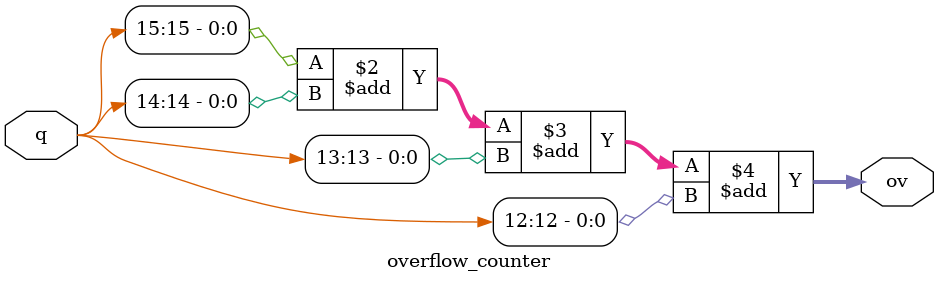
<source format=v>
module binary_counter (
    input clk,
    input reset,
    output reg [15:0] q,
    output reg [3:0] ov,
    output reg [3:1] ena
);

reg [3:0] count;

always @(posedge clk) begin
    if (reset) begin
        count <= 0;
        q <= 0;
        ov <= 0;
    end else begin
        if (ena[3]) begin
            count[3] <= ~count[3];
            if (count[3]) begin
                if (ena[2]) begin
                    count[2] <= ~count[2];
                    if (count[2]) begin
                        if (ena[1]) begin
                            count[1] <= ~count[1];
                            if (count[1]) begin
                                count[0] <= ~count[0];
                            end
                        end
                    end
                end
            end
        end
        q <= {count, 12'h0};
        ov <= count == 4'hF;
    end
end

endmodule

module overflow_counter (
    input [15:0] q,
    output reg [3:0] ov
);

always @(*) begin
    ov = q[15] + q[14] + q[13] + q[12];
end

endmodule
</source>
